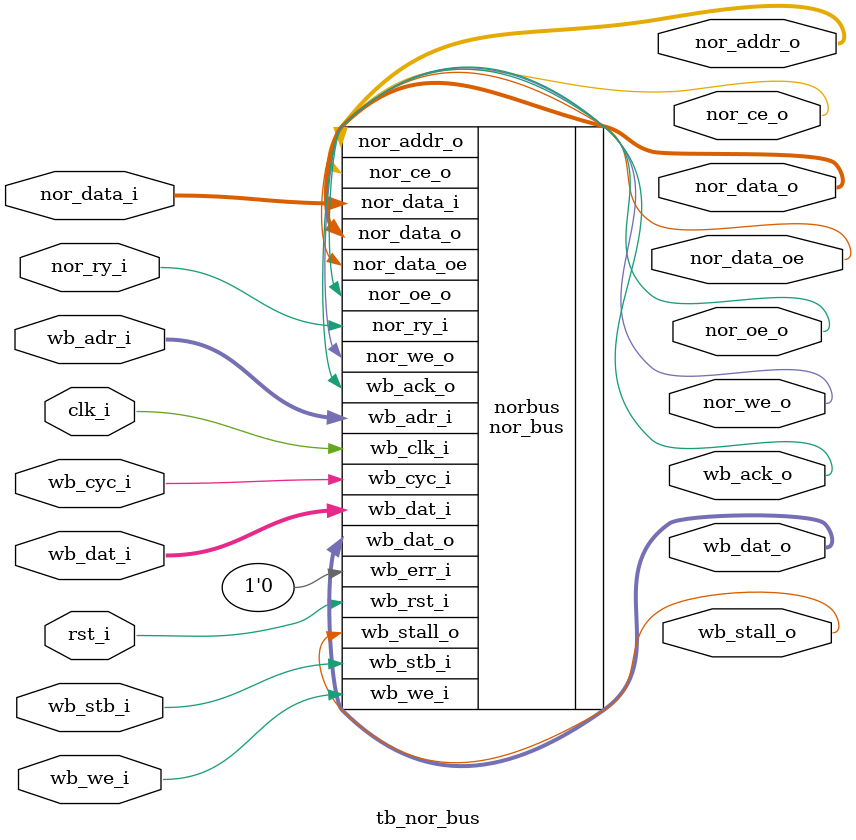
<source format=v>
/** tb_top.v
 *
 * Top-level testbench wrapper for cocotb
 *
 */

`default_nettype none
`timescale 1ns/100ps

module tb_nor_bus (
    input rst_i, clk_i,

    input  [25:0] wb_adr_i,
    input  [15:0] wb_dat_i,
    input         wb_we_i, wb_stb_i, wb_cyc_i,
    output        wb_ack_o,
    output [15:0] wb_dat_o,
    output        wb_stall_o,

    input         nor_ry_i,
    input  [15:0] nor_data_i,
    output [15:0] nor_data_o,
    output [25:0] nor_addr_o,
    output        nor_ce_o, nor_we_o, nor_oe_o, nor_data_oe
);

`ifdef VERILATOR
    initial begin
        $dumpfile ("tb_nor_bus.vcd");
        //$dumpvars (0, tb_nor_bus);
    end
`else
    // dumps the trace to a vcd file that can be viewed with GTKWave
    //integer i;
    initial begin
        $dumpfile ("tb_nor_bus.vcd");
        $dumpvars (0, tb_nor_bus);
        //for (i = 0; i < 4; i = i + 1)
        //$dumpvars(1, tt2.cfg_buf[i]);
        #1;
    end
`endif // VERILATOR

    nor_bus #(.ADDRBITS(26), .DATABITS(16)) norbus (
        .wb_rst_i(rst_i), .wb_clk_i(clk_i),
        .wb_adr_i(wb_adr_i), .wb_dat_i(wb_dat_i),
        .wb_we_i(wb_we_i), .wb_stb_i(wb_stb_i), .wb_cyc_i(wb_cyc_i),
        .wb_err_i(1'b0),
        .wb_ack_o(wb_ack_o), .wb_dat_o(wb_dat_o), .wb_stall_o(wb_stall_o),

        .nor_ry_i(nor_ry_i), .nor_data_i(nor_data_i),
        .nor_data_o(nor_data_o), .nor_addr_o(nor_addr_o),
        .nor_ce_o(nor_ce_o), .nor_we_o(nor_we_o), .nor_oe_o(nor_oe_o),
        .nor_data_oe(nor_data_oe)
    );

endmodule

</source>
